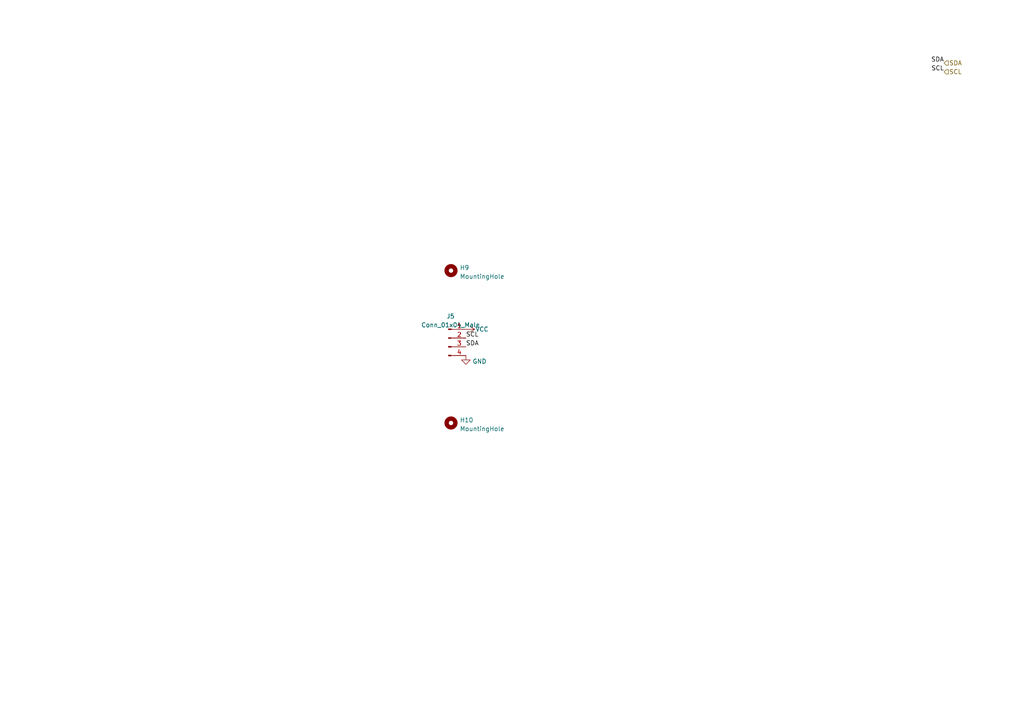
<source format=kicad_sch>
(kicad_sch (version 20211123) (generator eeschema)

  (uuid b53eda51-3600-4b23-89ad-b996905760d3)

  (paper "A4")

  (lib_symbols
    (symbol "Connector:Conn_01x04_Male" (pin_names (offset 1.016) hide) (in_bom yes) (on_board yes)
      (property "Reference" "J" (id 0) (at 0 5.08 0)
        (effects (font (size 1.27 1.27)))
      )
      (property "Value" "Conn_01x04_Male" (id 1) (at 0 -7.62 0)
        (effects (font (size 1.27 1.27)))
      )
      (property "Footprint" "" (id 2) (at 0 0 0)
        (effects (font (size 1.27 1.27)) hide)
      )
      (property "Datasheet" "~" (id 3) (at 0 0 0)
        (effects (font (size 1.27 1.27)) hide)
      )
      (property "ki_keywords" "connector" (id 4) (at 0 0 0)
        (effects (font (size 1.27 1.27)) hide)
      )
      (property "ki_description" "Generic connector, single row, 01x04, script generated (kicad-library-utils/schlib/autogen/connector/)" (id 5) (at 0 0 0)
        (effects (font (size 1.27 1.27)) hide)
      )
      (property "ki_fp_filters" "Connector*:*_1x??_*" (id 6) (at 0 0 0)
        (effects (font (size 1.27 1.27)) hide)
      )
      (symbol "Conn_01x04_Male_1_1"
        (polyline
          (pts
            (xy 1.27 -5.08)
            (xy 0.8636 -5.08)
          )
          (stroke (width 0.1524) (type default) (color 0 0 0 0))
          (fill (type none))
        )
        (polyline
          (pts
            (xy 1.27 -2.54)
            (xy 0.8636 -2.54)
          )
          (stroke (width 0.1524) (type default) (color 0 0 0 0))
          (fill (type none))
        )
        (polyline
          (pts
            (xy 1.27 0)
            (xy 0.8636 0)
          )
          (stroke (width 0.1524) (type default) (color 0 0 0 0))
          (fill (type none))
        )
        (polyline
          (pts
            (xy 1.27 2.54)
            (xy 0.8636 2.54)
          )
          (stroke (width 0.1524) (type default) (color 0 0 0 0))
          (fill (type none))
        )
        (rectangle (start 0.8636 -4.953) (end 0 -5.207)
          (stroke (width 0.1524) (type default) (color 0 0 0 0))
          (fill (type outline))
        )
        (rectangle (start 0.8636 -2.413) (end 0 -2.667)
          (stroke (width 0.1524) (type default) (color 0 0 0 0))
          (fill (type outline))
        )
        (rectangle (start 0.8636 0.127) (end 0 -0.127)
          (stroke (width 0.1524) (type default) (color 0 0 0 0))
          (fill (type outline))
        )
        (rectangle (start 0.8636 2.667) (end 0 2.413)
          (stroke (width 0.1524) (type default) (color 0 0 0 0))
          (fill (type outline))
        )
        (pin passive line (at 5.08 2.54 180) (length 3.81)
          (name "Pin_1" (effects (font (size 1.27 1.27))))
          (number "1" (effects (font (size 1.27 1.27))))
        )
        (pin passive line (at 5.08 0 180) (length 3.81)
          (name "Pin_2" (effects (font (size 1.27 1.27))))
          (number "2" (effects (font (size 1.27 1.27))))
        )
        (pin passive line (at 5.08 -2.54 180) (length 3.81)
          (name "Pin_3" (effects (font (size 1.27 1.27))))
          (number "3" (effects (font (size 1.27 1.27))))
        )
        (pin passive line (at 5.08 -5.08 180) (length 3.81)
          (name "Pin_4" (effects (font (size 1.27 1.27))))
          (number "4" (effects (font (size 1.27 1.27))))
        )
      )
    )
    (symbol "Mechanical:MountingHole" (pin_names (offset 1.016)) (in_bom yes) (on_board yes)
      (property "Reference" "H" (id 0) (at 0 5.08 0)
        (effects (font (size 1.27 1.27)))
      )
      (property "Value" "MountingHole" (id 1) (at 0 3.175 0)
        (effects (font (size 1.27 1.27)))
      )
      (property "Footprint" "" (id 2) (at 0 0 0)
        (effects (font (size 1.27 1.27)) hide)
      )
      (property "Datasheet" "~" (id 3) (at 0 0 0)
        (effects (font (size 1.27 1.27)) hide)
      )
      (property "ki_keywords" "mounting hole" (id 4) (at 0 0 0)
        (effects (font (size 1.27 1.27)) hide)
      )
      (property "ki_description" "Mounting Hole without connection" (id 5) (at 0 0 0)
        (effects (font (size 1.27 1.27)) hide)
      )
      (property "ki_fp_filters" "MountingHole*" (id 6) (at 0 0 0)
        (effects (font (size 1.27 1.27)) hide)
      )
      (symbol "MountingHole_0_1"
        (circle (center 0 0) (radius 1.27)
          (stroke (width 1.27) (type default) (color 0 0 0 0))
          (fill (type none))
        )
      )
    )
    (symbol "power:GND" (power) (pin_names (offset 0)) (in_bom yes) (on_board yes)
      (property "Reference" "#PWR" (id 0) (at 0 -6.35 0)
        (effects (font (size 1.27 1.27)) hide)
      )
      (property "Value" "GND" (id 1) (at 0 -3.81 0)
        (effects (font (size 1.27 1.27)))
      )
      (property "Footprint" "" (id 2) (at 0 0 0)
        (effects (font (size 1.27 1.27)) hide)
      )
      (property "Datasheet" "" (id 3) (at 0 0 0)
        (effects (font (size 1.27 1.27)) hide)
      )
      (property "ki_keywords" "power-flag" (id 4) (at 0 0 0)
        (effects (font (size 1.27 1.27)) hide)
      )
      (property "ki_description" "Power symbol creates a global label with name \"GND\" , ground" (id 5) (at 0 0 0)
        (effects (font (size 1.27 1.27)) hide)
      )
      (symbol "GND_0_1"
        (polyline
          (pts
            (xy 0 0)
            (xy 0 -1.27)
            (xy 1.27 -1.27)
            (xy 0 -2.54)
            (xy -1.27 -1.27)
            (xy 0 -1.27)
          )
          (stroke (width 0) (type default) (color 0 0 0 0))
          (fill (type none))
        )
      )
      (symbol "GND_1_1"
        (pin power_in line (at 0 0 270) (length 0) hide
          (name "GND" (effects (font (size 1.27 1.27))))
          (number "1" (effects (font (size 1.27 1.27))))
        )
      )
    )
    (symbol "power:VCC" (power) (pin_names (offset 0)) (in_bom yes) (on_board yes)
      (property "Reference" "#PWR" (id 0) (at 0 -3.81 0)
        (effects (font (size 1.27 1.27)) hide)
      )
      (property "Value" "VCC" (id 1) (at 0 3.81 0)
        (effects (font (size 1.27 1.27)))
      )
      (property "Footprint" "" (id 2) (at 0 0 0)
        (effects (font (size 1.27 1.27)) hide)
      )
      (property "Datasheet" "" (id 3) (at 0 0 0)
        (effects (font (size 1.27 1.27)) hide)
      )
      (property "ki_keywords" "power-flag" (id 4) (at 0 0 0)
        (effects (font (size 1.27 1.27)) hide)
      )
      (property "ki_description" "Power symbol creates a global label with name \"VCC\"" (id 5) (at 0 0 0)
        (effects (font (size 1.27 1.27)) hide)
      )
      (symbol "VCC_0_1"
        (polyline
          (pts
            (xy -0.762 1.27)
            (xy 0 2.54)
          )
          (stroke (width 0) (type default) (color 0 0 0 0))
          (fill (type none))
        )
        (polyline
          (pts
            (xy 0 0)
            (xy 0 2.54)
          )
          (stroke (width 0) (type default) (color 0 0 0 0))
          (fill (type none))
        )
        (polyline
          (pts
            (xy 0 2.54)
            (xy 0.762 1.27)
          )
          (stroke (width 0) (type default) (color 0 0 0 0))
          (fill (type none))
        )
      )
      (symbol "VCC_1_1"
        (pin power_in line (at 0 0 90) (length 0) hide
          (name "VCC" (effects (font (size 1.27 1.27))))
          (number "1" (effects (font (size 1.27 1.27))))
        )
      )
    )
  )


  (label "SCL" (at 135.128 98.044 0)
    (effects (font (size 1.27 1.27)) (justify left bottom))
    (uuid 2848fe9d-3077-43d7-999f-a72580cfdaa5)
  )
  (label "SDA" (at 135.128 100.584 0)
    (effects (font (size 1.27 1.27)) (justify left bottom))
    (uuid 5246001d-ee04-499c-8b90-3bf9e367c94f)
  )
  (label "SDA" (at 273.812 18.288 180)
    (effects (font (size 1.27 1.27)) (justify right bottom))
    (uuid 7e044246-0ab6-4a06-b479-c5c066cb8019)
  )
  (label "SCL" (at 273.812 20.828 180)
    (effects (font (size 1.27 1.27)) (justify right bottom))
    (uuid c24e9b6f-82c4-4039-9155-fc0ce13e1039)
  )

  (hierarchical_label "SDA" (shape input) (at 273.812 18.288 0)
    (effects (font (size 1.27 1.27)) (justify left))
    (uuid 3456348e-358d-45df-bc6b-904408c2fe81)
  )
  (hierarchical_label "SCL" (shape input) (at 273.812 20.828 0)
    (effects (font (size 1.27 1.27)) (justify left))
    (uuid aa5f0f70-e97d-4252-8c9b-5bb67d208b2c)
  )

  (symbol (lib_id "Connector:Conn_01x04_Male") (at 130.048 98.044 0) (unit 1)
    (in_bom yes) (on_board yes) (fields_autoplaced)
    (uuid 4415a1ec-759a-4ebc-aec4-0ce56bcd5426)
    (property "Reference" "J5" (id 0) (at 130.683 91.728 0))
    (property "Value" "Conn_01x04_Male" (id 1) (at 130.683 94.2649 0))
    (property "Footprint" "Connector_PinSocket_2.54mm:PinSocket_1x04_P2.54mm_Vertical" (id 2) (at 130.048 98.044 0)
      (effects (font (size 1.27 1.27)) hide)
    )
    (property "Datasheet" "~" (id 3) (at 130.048 98.044 0)
      (effects (font (size 1.27 1.27)) hide)
    )
    (pin "1" (uuid 3fbb739b-ed00-47ac-8279-5e068f6d5066))
    (pin "2" (uuid c3c7fb1b-d451-43ef-b83c-e91abcbfd4f8))
    (pin "3" (uuid 469060fd-d2d2-4b61-9710-04848c34b5a5))
    (pin "4" (uuid 749316aa-7e8b-47f1-ab7b-a02ff02bacb6))
  )

  (symbol (lib_id "Mechanical:MountingHole") (at 130.81 78.486 0) (unit 1)
    (in_bom yes) (on_board yes) (fields_autoplaced)
    (uuid 6d7fc577-e437-4c34-b63d-c915bd54b758)
    (property "Reference" "H9" (id 0) (at 133.35 77.6513 0)
      (effects (font (size 1.27 1.27)) (justify left))
    )
    (property "Value" "MountingHole" (id 1) (at 133.35 80.1882 0)
      (effects (font (size 1.27 1.27)) (justify left))
    )
    (property "Footprint" "MountingHole:MountingHole_2.5mm" (id 2) (at 130.81 78.486 0)
      (effects (font (size 1.27 1.27)) hide)
    )
    (property "Datasheet" "~" (id 3) (at 130.81 78.486 0)
      (effects (font (size 1.27 1.27)) hide)
    )
  )

  (symbol (lib_id "power:VCC") (at 135.128 95.504 270) (unit 1)
    (in_bom yes) (on_board yes)
    (uuid b03af181-b571-443c-9693-a913a32617f2)
    (property "Reference" "#PWR0110" (id 0) (at 131.318 95.504 0)
      (effects (font (size 1.27 1.27)) hide)
    )
    (property "Value" "VCC" (id 1) (at 141.732 95.504 90)
      (effects (font (size 1.27 1.27)) (justify right))
    )
    (property "Footprint" "" (id 2) (at 135.128 95.504 0)
      (effects (font (size 1.27 1.27)) hide)
    )
    (property "Datasheet" "" (id 3) (at 135.128 95.504 0)
      (effects (font (size 1.27 1.27)) hide)
    )
    (pin "1" (uuid 99f7c9b0-09c5-4124-9cea-c8031ab0c161))
  )

  (symbol (lib_id "power:GND") (at 135.128 103.124 0) (unit 1)
    (in_bom yes) (on_board yes) (fields_autoplaced)
    (uuid f991e28c-3b5a-4d3d-ac82-03bffa56826f)
    (property "Reference" "#PWR0109" (id 0) (at 135.128 109.474 0)
      (effects (font (size 1.27 1.27)) hide)
    )
    (property "Value" "GND" (id 1) (at 137.033 104.8278 0)
      (effects (font (size 1.27 1.27)) (justify left))
    )
    (property "Footprint" "" (id 2) (at 135.128 103.124 0)
      (effects (font (size 1.27 1.27)) hide)
    )
    (property "Datasheet" "" (id 3) (at 135.128 103.124 0)
      (effects (font (size 1.27 1.27)) hide)
    )
    (pin "1" (uuid f8bb626c-55d9-4973-8235-d9db7dbc60a9))
  )

  (symbol (lib_id "Mechanical:MountingHole") (at 130.81 122.682 0) (unit 1)
    (in_bom yes) (on_board yes) (fields_autoplaced)
    (uuid fe183619-d8c0-4493-84e2-b82e53929f61)
    (property "Reference" "H10" (id 0) (at 133.35 121.8473 0)
      (effects (font (size 1.27 1.27)) (justify left))
    )
    (property "Value" "MountingHole" (id 1) (at 133.35 124.3842 0)
      (effects (font (size 1.27 1.27)) (justify left))
    )
    (property "Footprint" "MountingHole:MountingHole_2.5mm" (id 2) (at 130.81 122.682 0)
      (effects (font (size 1.27 1.27)) hide)
    )
    (property "Datasheet" "~" (id 3) (at 130.81 122.682 0)
      (effects (font (size 1.27 1.27)) hide)
    )
  )
)

</source>
